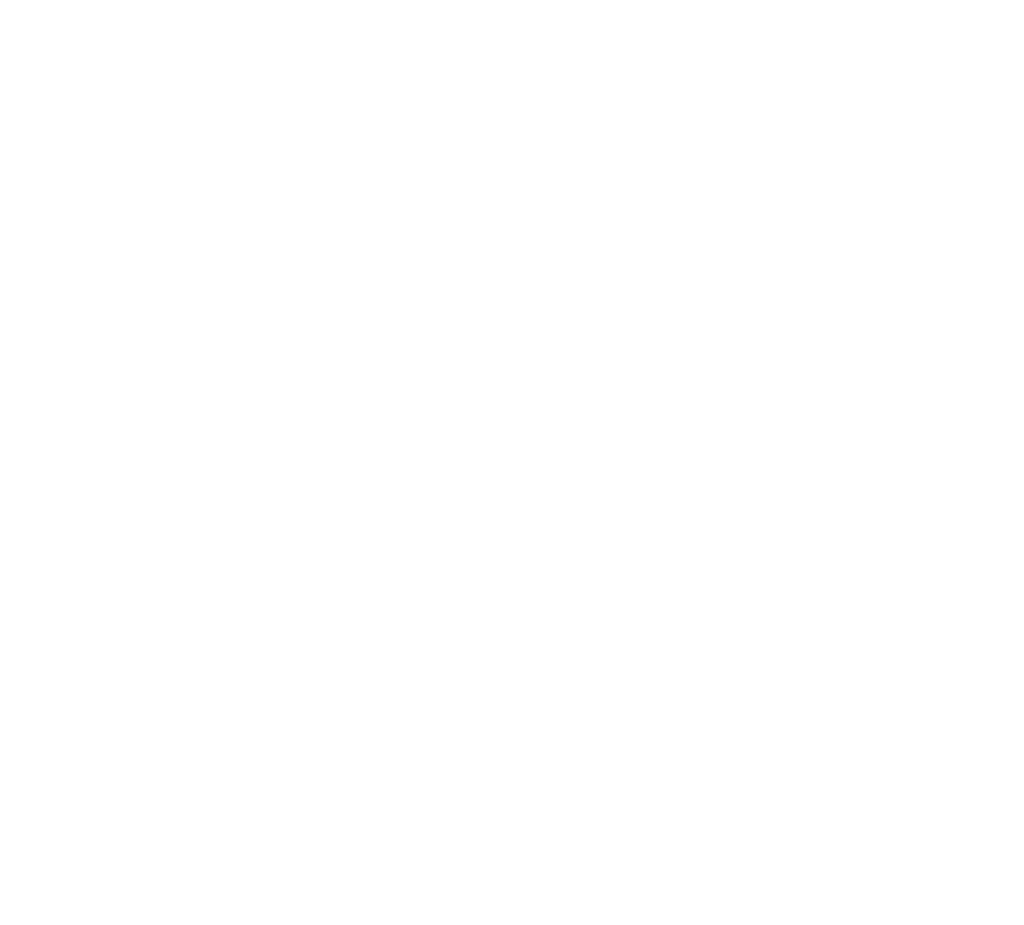
<source format=gbr>
G04 Gerber PCB Fabrication Data in Gerber  Example 2, created by Karel Tavernier, Filip Vermeire and Thomas Weyn*
G04 Ucamco copyright*
%TF.GenerationSoftware,Ucamco,UcamX,1.1.0-1400509*%
%TF.CreationDate,2014-07-14T00:00;00+01:00*%
%FSLAX25Y25*%
%MOMM*%
%TF.FileFunction,Plated,1,2,Blind,Drill*%
%TF.FilePolarity,Positive*%
%TF.Part,Single*%
%TF.SameCoordinates*%
%TA.AperFunction,ViaDrill*%
%ADD10C,0.10000*%
G01*
%LPD*%
D10*
X4229700Y2792900D03*
X3704700Y6867900D03*
X3789700D03*
X4493200Y4574700D03*
X2399700Y6882900D03*
X2461200Y6733700D03*
X1431000Y706600D03*
X2891700Y3349900D03*
X2470400Y3385300D03*
X2896700Y2894900D03*
X2901700Y2764900D03*
X4620200Y4574700D03*
X2066000Y7041600D03*
X2588200Y6352700D03*
X2589700Y6937900D03*
X2899700Y6938900D03*
X2726200Y6937900D03*
X2969200Y6606700D03*
X3096200Y6860700D03*
X3209700Y6487900D03*
X3119700Y6607900D03*
X1979700Y4022900D03*
X3829700Y3292900D03*
X3834700Y3387900D03*
X5014400Y1618200D03*
X3829700Y3492900D03*
X3429700Y1622900D03*
X3926000Y2163200D03*
X5374700Y1997900D03*
X4471400Y1893200D03*
X4654400Y1618200D03*
X3104700Y2647900D03*
X3319700Y2637900D03*
X3829700Y2692900D03*
X6414700Y3112900D03*
X2924700Y4077900D03*
X2334200Y4828700D03*
X3729700Y3292900D03*
X4371000Y6478700D03*
Y6605700D03*
Y6732700D03*
X4495800Y6604000D03*
Y6477000D03*
X2994700Y6732900D03*
X3477200Y6860700D03*
X6755000Y1127600D03*
X6705000Y883200D03*
X2604700Y767900D03*
X5005000Y853200D03*
X2689700Y862900D03*
X2839700Y857900D03*
X2959700Y752600D03*
X2994700Y857900D03*
X3129700D03*
X3200000Y773200D03*
X4044700Y1192700D03*
X1284700Y4897900D03*
X1289700Y4507900D03*
X2896700Y3479900D03*
X2119700Y4317900D03*
X5729700Y2077900D03*
X5430000Y2220000D03*
X2074700Y7907900D03*
X4829700Y2092900D03*
X4624700Y2292900D03*
X1029700Y3287900D03*
X2179700Y8122900D03*
X2125000Y7603200D03*
X4959700Y3452900D03*
X2004700Y7907900D03*
X4949700Y2142900D03*
X2641700Y3154900D03*
X4429700Y2392900D03*
X3350200Y6733700D03*
X4529700Y3092900D03*
X554700Y2167900D03*
X4529700Y2492900D03*
Y2592900D03*
X489700Y2142900D03*
X4649700Y2492900D03*
X629700Y1966900D03*
X624700Y2347900D03*
X4629700Y2592900D03*
X4329500Y2188100D03*
X510200Y1342400D03*
Y1727900D03*
X4429700Y2292900D03*
X624700Y2157900D03*
X4829700Y2992900D03*
X4629700D03*
X700700Y1671900D03*
X499700Y1952900D03*
X4629700Y3092900D03*
X510200Y1533400D03*
X4829700Y3092900D03*
X4529700Y2292900D03*
X700700Y1486900D03*
X3699700Y6607900D03*
X3350200Y6606700D03*
X3104700Y2825700D03*
X4629700Y3392900D03*
X4874200Y4320700D03*
X2904700Y6867900D03*
X2964700Y4473600D03*
X4779700Y3695000D03*
X4731600Y3191600D03*
X3089700Y4682900D03*
X4479700Y3612900D03*
X3219700Y4607900D03*
X4591700Y3701200D03*
X2969700Y4342900D03*
X4729700Y3492900D03*
X2954700Y4587900D03*
X4959700Y2942900D03*
X4189700Y4297900D03*
X3219700Y4452900D03*
X6939700Y2007900D03*
X5114700Y2348400D03*
X4429700Y3192900D03*
Y3292900D03*
X3094700Y4452900D03*
X4429700Y3392900D03*
X3335300Y4437900D03*
X3592700Y4577900D03*
X4679700Y3612900D03*
X2507800Y3284000D03*
X4629700Y3492900D03*
X4617000Y6728900D03*
X5024500Y6301900D03*
X5104200Y6461500D03*
X4637000Y6848900D03*
X5119800Y5826800D03*
X4742000Y5773900D03*
X5111000Y4978000D03*
X4742000Y5068900D03*
X4617700Y4704100D03*
Y4831100D03*
Y4958100D03*
X4490700D03*
X4617700Y5085100D03*
Y5212100D03*
X4490700D03*
X4617700Y5339100D03*
Y5593100D03*
X4495800Y5715000D03*
X4622800D03*
Y5842000D03*
X5121800Y4724000D03*
X4746800D03*
X4622800Y5969000D03*
X4495800D03*
X4622800Y6096000D03*
Y6223000D03*
X4879700Y5400200D03*
X5112000Y5163900D03*
X5118100Y5517800D03*
X4742000Y5483900D03*
X4244000Y6478700D03*
X5040000Y6406800D03*
X4622800Y6604000D03*
X4746900Y6128900D03*
X4725200Y6601200D03*
X4999700Y6356800D03*
X4495800Y6731000D03*
X4622800Y6477000D03*
X3492200Y1219900D03*
X1384700Y5472900D03*
X2224700Y1767900D03*
X1614700Y5472900D03*
X7270000Y1967600D03*
X7310000Y2002900D03*
X3094700Y1257900D03*
X2569700Y3497900D03*
X1384700Y5277900D03*
X3729700Y2892900D03*
X2391700Y1402900D03*
X7350000Y1967600D03*
X2327800Y2804000D03*
X1084700Y5277900D03*
X1034700Y5727900D03*
X3829700Y2892900D03*
X2326700Y1402900D03*
X7390000Y2002900D03*
X2292800Y2754000D03*
X3109700Y2897900D03*
X2307800Y3007900D03*
X7430000Y1967600D03*
X2266700Y1407900D03*
X1194700Y5167900D03*
X1134700Y5727900D03*
X3629700Y2892900D03*
X2201700Y1376400D03*
X7470000Y2002900D03*
X2222800Y2854000D03*
X1234700Y5597900D03*
X1742700Y2869000D03*
X7510000Y1967600D03*
X1741700Y1391400D03*
X3529700Y2892900D03*
X1184700Y5282900D03*
X3529700Y2692900D03*
X1676700Y1386400D03*
X7550000Y2002900D03*
X1703100Y2587900D03*
X3654700Y2697900D03*
X1611700Y1376400D03*
X7590000Y1967600D03*
X1662800Y2623800D03*
X1334700Y5607900D03*
X4509700Y1457900D03*
X1484700Y1852900D03*
X1483200Y3814400D03*
X3529700Y2992900D03*
X7070000Y2002900D03*
X3029700Y1492900D03*
X3009700Y3147900D03*
X1549700D03*
X3497800Y2595400D03*
X1613200Y3816400D03*
X689700Y5237900D03*
X989700Y5557900D03*
X3104700Y1457900D03*
X7110000Y1967600D03*
X3094700Y2532900D03*
X1534700Y2742900D03*
X1084700Y5377900D03*
X779700Y5292900D03*
X1678200Y3821400D03*
X7150000Y2002900D03*
X3174700Y1427900D03*
X1569700Y2287900D03*
X3444700Y2192900D03*
X2234700Y1837900D03*
X3604700Y2087900D03*
X3464700Y1317900D03*
X3604700Y1997900D03*
X7190000Y1967600D03*
X7230000Y2002900D03*
X3459700Y1257900D03*
X2192200Y1805900D03*
X1614700Y5412900D03*
X1284700Y5377900D03*
X3724700Y2772900D03*
X1384700Y5177900D03*
X1617700Y2665400D03*
X1548200Y1392900D03*
X7630000Y2002900D03*
X5555000Y843200D03*
X5674700Y677900D03*
X5669700Y892900D03*
X5829700Y672900D03*
Y837900D03*
X5349700Y642900D03*
X5989700Y677900D03*
X6005000Y842900D03*
X6144700Y687900D03*
X6155000Y848200D03*
X6304700Y682900D03*
X6296900Y847900D03*
X5509700Y677900D03*
X5155000Y683200D03*
X6454700Y682900D03*
Y1142900D03*
X6610000Y720000D03*
X6555000Y1127600D03*
X6605000Y888200D03*
X4114700Y1692900D03*
X2147800Y2069000D03*
X6059700Y1557900D03*
X5980600Y1833300D03*
X2263200Y3821400D03*
X4124700Y2197900D03*
X6029700Y2037900D03*
X2626700Y2504900D03*
X4034700Y2117900D03*
X6137600Y2140000D03*
X1384700Y4977900D03*
X1379700Y5082900D03*
X4259700Y1692900D03*
X5779700Y1632900D03*
X6129700Y1862900D03*
X2512800Y2129000D03*
X2636700Y2374900D03*
X6141800Y2060000D03*
X4129700Y2292900D03*
X1534700Y4697900D03*
X1549700Y4637900D03*
X6106800Y2020000D03*
X4229700Y2392900D03*
X2611100Y2331900D03*
X2629700Y2282900D03*
X2089700Y4542900D03*
X4229700Y2492900D03*
X6419700Y2042900D03*
X1483400Y5076900D03*
X4349700Y1767900D03*
X2567800Y2179000D03*
X719700Y5347900D03*
X3629700Y3192900D03*
X784700Y4977900D03*
X4829700Y3392900D03*
X3354700Y2492900D03*
X1394700Y4282900D03*
X1189500Y4978100D03*
X3529700Y2492900D03*
X3504700Y2297900D03*
X1284700Y5177900D03*
X4195200Y1847800D03*
X3629700Y2362900D03*
X6407600Y2660000D03*
X1084700Y5177900D03*
X1484700Y5187900D03*
X2611700Y2094000D03*
X4309700Y1732900D03*
X6132600Y2620000D03*
X1294700Y4972900D03*
X3169700Y2342900D03*
X1646700Y4477900D03*
X3079700Y2237900D03*
X6089700Y2580000D03*
X6131800Y2540000D03*
X3524700Y2167900D03*
X899700Y5272900D03*
X6504700Y1977900D03*
X3429700Y1677900D03*
X1194700Y4332900D03*
X3294700Y1572900D03*
X6044700Y1802900D03*
X1808200Y3549400D03*
X3549700Y1717900D03*
X5759800Y1867900D03*
X1873200Y3544400D03*
X1938200Y3546400D03*
X3479700Y1702900D03*
X5834700Y1842900D03*
X2004700Y3522900D03*
X3924700Y2307900D03*
X6424700Y2272900D03*
X1084700Y5082900D03*
X6059700Y2337900D03*
X3927400Y2495200D03*
X1159100Y4697600D03*
X1027800Y4699000D03*
X1777900Y2462900D03*
X4014700Y1662900D03*
X1970900Y2036000D03*
X6009700Y1507900D03*
X5930700Y1829800D03*
X5179700Y1602900D03*
X4329700Y2292900D03*
X3529700Y3292900D03*
X2334200Y4955700D03*
X6849700Y2442900D03*
X5184700Y2380900D03*
X5224700Y2187900D03*
X6759700Y2237900D03*
X6729700Y2497900D03*
X5134700Y2492700D03*
X6830000Y1967600D03*
X814700Y6487600D03*
X7132800Y2914000D03*
X5164700Y2642900D03*
X4729700Y2527900D03*
X7310000Y2924000D03*
X5114700Y2592900D03*
X7350000Y3522600D03*
X3729700Y2292900D03*
X3629700Y2992900D03*
X7230000Y2864000D03*
X4629700Y2422900D03*
X5144700Y2242900D03*
X6669700Y2726700D03*
X6689700Y2322900D03*
X7430000Y3242900D03*
X5094700Y2452900D03*
X5879700Y2532900D03*
Y3031700D03*
X4617700Y5466100D03*
X4622800Y6350000D03*
X4490700Y5466100D03*
X4746900Y6748900D03*
X4971900Y5318800D03*
X4732000Y5238900D03*
X3529700Y3192900D03*
X3159700Y1992900D03*
X1414700Y2142900D03*
X999700Y3219900D03*
X3140000Y7010000D03*
X4630000Y3190000D03*
X3529700Y3392900D03*
X3204700Y2047900D03*
X4724700Y2190600D03*
X984700Y5277900D03*
X3834700Y6732900D03*
X3494700Y4677900D03*
X4224700Y3387900D03*
X3719700Y4702900D03*
X4329700Y3477900D03*
X3729700Y2592900D03*
X2464700Y4642900D03*
X4029700Y3187900D03*
X2717000Y4991700D03*
X3734700Y4577900D03*
X4329700Y3192900D03*
X2685700Y4816100D03*
X4129700Y3092900D03*
X3929700Y3187900D03*
X2584700Y4947900D03*
X2564700Y4697900D03*
X3629700Y3092900D03*
X2594700Y4582900D03*
X3528500Y3096200D03*
X3729700Y3092900D03*
X2469700Y4577900D03*
X2852800Y4572900D03*
X4129700Y3192900D03*
Y3292900D03*
X2905700Y4317900D03*
X3224700Y4682900D03*
X4229700Y3292900D03*
X4122700Y3392900D03*
X3354700Y4567900D03*
X4229700Y3192900D03*
X3439700Y4572900D03*
X3859700Y4577900D03*
X4329700Y3292900D03*
X4519700Y2402900D03*
X3728800Y2391700D03*
X3729700Y3192900D03*
X4529700D03*
X3954700Y1202900D03*
X4029700Y2392900D03*
X7082000Y4723900D03*
X8510000Y6407200D03*
X8541900Y4708900D03*
X7087000Y6408000D03*
X2875000Y7947900D03*
X2588200Y5463700D03*
X2739700Y7387900D03*
X2334200Y5717700D03*
X2373500Y7859700D03*
X2715200Y5463700D03*
X3125000Y7872600D03*
X2461200Y5844700D03*
X3075000Y7892900D03*
X2334200Y5844700D03*
X2984700Y7997900D03*
X2588200Y5717700D03*
X3025000Y7867900D03*
X2975000Y7922900D03*
X1934700Y5597900D03*
X1154700Y6537900D03*
X2559700Y6732900D03*
X2779700Y6867900D03*
X2588200Y6606700D03*
X2334200Y6733700D03*
X2524700Y6872900D03*
X2651700Y6867900D03*
X2715200Y6733700D03*
X4112200Y6606700D03*
X4009700Y7222900D03*
X3969700Y7012900D03*
X4729700Y2992900D03*
X1059700Y3349900D03*
X4729700Y3092900D03*
X1309700Y3414900D03*
X4630000Y2790000D03*
X2584700Y2907900D03*
X1810000Y1010000D03*
X1685000Y1008200D03*
X2004700Y5532900D03*
X2825000Y7618200D03*
X2588200Y5336700D03*
X2859700Y7527900D03*
X2275000Y7597900D03*
X2026800Y5607900D03*
X2575000Y7572900D03*
X2588200Y5209700D03*
X2644700Y8012900D03*
X2715200Y5209700D03*
X2204700Y5347900D03*
X2675000Y7882900D03*
X2174700Y5277900D03*
X2725000Y7942900D03*
X2461200Y6606700D03*
X3889700Y6872900D03*
X1889700Y4077900D03*
X1079700Y4972900D03*
X1825000Y7877900D03*
X4427400Y2990600D03*
X2557800Y3086000D03*
X3354700Y4497900D03*
X4954700Y3147900D03*
X4332300Y4285800D03*
X2461200Y4955700D03*
X3629700Y3392900D03*
X2324700Y4765200D03*
X4529700Y3292900D03*
X4954700Y3242900D03*
X3229700Y4357900D03*
X4034700Y4287900D03*
X2269700Y4022900D03*
X2459700Y4702900D03*
X4529700Y3392900D03*
X2829700Y4968200D03*
X4829700Y3492900D03*
X3126400Y4071200D03*
X4752400Y2302200D03*
X2626700Y1724900D03*
X5387000Y6301800D03*
X8021900Y4833900D03*
X6491900Y4773900D03*
X6512000Y6461400D03*
X8007000Y6438900D03*
X7991900Y4908900D03*
X7907000Y6648900D03*
X6621900Y6608000D03*
X6566900Y4968900D03*
X5357400Y6438900D03*
X6857000Y4573900D03*
X5376900Y5666800D03*
X8191900Y4525200D03*
X7103200Y4625200D03*
X8475000D03*
X5346900Y5826800D03*
Y5033000D03*
X6331900Y4583900D03*
X7741900Y4625200D03*
X6496900Y4473900D03*
X5346900Y4928000D03*
X8032000Y4538900D03*
X5376900Y4978000D03*
X6295300Y4498100D03*
X7675000Y4530000D03*
X5376900Y4873000D03*
X7965000Y4475000D03*
X6607100Y4378700D03*
X6341900Y4373900D03*
X5347000Y4779000D03*
X7740000Y4385000D03*
X8351200Y5858900D03*
X6921900Y5768900D03*
X7116900Y6004500D03*
X8503600Y6007100D03*
X8000000Y4300000D03*
X6512000Y4263900D03*
X5346800Y4674000D03*
X6802700Y5994700D03*
X8179800Y6007100D03*
X8510000Y6108700D03*
X7107000Y6108000D03*
X8179800Y6102400D03*
X6787000Y6108000D03*
X8321900Y6158900D03*
X7087000Y6208000D03*
X8179800Y6204000D03*
X6816900Y6206600D03*
X8510000Y6305500D03*
X7126900Y6309300D03*
X7707000Y6343900D03*
X6312000Y6293900D03*
X8012000Y6208000D03*
X6651900D03*
X6306900Y6207900D03*
X7687000Y6183900D03*
X6601900Y6063900D03*
X8014700Y6108700D03*
X7745000Y4270000D03*
X6326900Y4273900D03*
X5376900Y4724000D03*
X7702600Y6108500D03*
X6341900Y6111200D03*
X6612000Y5988900D03*
X8035000Y6007100D03*
X7662000Y5923900D03*
X6306900Y5963900D03*
X7868600Y5863900D03*
X6441900Y5858900D03*
X5376900Y5158800D03*
X8310000Y4185000D03*
X6995000D03*
X8500000Y4324300D03*
X5376900Y5263800D03*
X7073300Y4272300D03*
X6807000Y4368900D03*
X5376900Y5412800D03*
X8205200Y4325200D03*
X7093800Y4418900D03*
X8475000Y4426000D03*
X5376900Y5517800D03*
X6916900Y4383900D03*
X5346900Y5467800D03*
X8225200Y4425200D03*
X8500000Y4525200D03*
X7151900Y4519000D03*
X5346900Y5572800D03*
X6455000Y4155000D03*
X7870000Y4125000D03*
X5376900Y4619000D03*
X2169700Y5209700D03*
X2565900Y8007900D03*
X2409700Y8082900D03*
X2461200Y5209700D03*
X7811500Y4965700D03*
X7805200Y6635800D03*
X5406900Y6378900D03*
X6416900Y4968000D03*
X6391900Y6608000D03*
X8325000Y4775900D03*
X8765200Y4570900D03*
X6829900Y4882000D03*
X5265000Y6068900D03*
X6822900Y6508000D03*
X8765200Y6380600D03*
X8207000Y6478900D03*
X8187000Y6628900D03*
X6821900Y4973900D03*
X8226900Y4925200D03*
X6816900Y6608000D03*
X8306800Y6551700D03*
X8770400Y6692900D03*
X8771200Y4977600D03*
X8305700Y4879200D03*
X6996900Y4763900D03*
X6999000Y6538900D03*
X5264700Y6122900D03*
X6376900Y6475900D03*
X7821900Y6465700D03*
X6386900Y4838900D03*
X7821900Y4808900D03*
X5352000Y6356800D03*
X6516900Y4958900D03*
X6636800Y6705600D03*
X8027400Y6712000D03*
X8012000Y4983900D03*
X6407000Y5025200D03*
X7798800D03*
X6407000Y6723900D03*
X7786100Y6712000D03*
X8195700Y5025200D03*
X6821900Y5078900D03*
X5368800Y6660800D03*
X8179800Y6705600D03*
X6787000Y6693900D03*
X7016900Y6818900D03*
X8416000Y6808000D03*
X7101900Y5124500D03*
X8433800D03*
X5345100Y6715800D03*
X8179800Y6807200D03*
X8180600Y5125200D03*
X6887000Y5178900D03*
X5387000Y6778900D03*
X6795500Y6802400D03*
X8426000Y6908000D03*
X7071900Y6924900D03*
X5347800Y6864700D03*
X6982400Y5262700D03*
X8433800Y5226000D03*
X6837000Y5253900D03*
X8187000Y5226000D03*
X5391900Y6913900D03*
X8205200Y6908800D03*
X6807000Y6913900D03*
X8433800Y5321300D03*
X7062000Y7053900D03*
X8426900Y7008900D03*
X5356900Y6969800D03*
X6921900Y5393900D03*
X7868600Y7080200D03*
X7773400Y5334000D03*
X6432000Y5353900D03*
X6381900Y7018900D03*
X6601900Y5203900D03*
X6610900Y6978900D03*
X7887000Y6958900D03*
X8027400Y5226000D03*
X6401900Y5225200D03*
X7786100Y5226000D03*
X7773400Y6908800D03*
X6389100D03*
X7062000Y6598900D03*
X8408400Y6604000D03*
X5373800Y6555800D03*
X8414800Y4921200D03*
X7002800Y4874700D03*
X5340100Y6610800D03*
X7036000Y6708000D03*
X8433800Y5022800D03*
X7051900Y5025200D03*
X8436000Y6708000D03*
X7805200Y5124500D03*
X6381900Y5125200D03*
X6395500Y6807200D03*
X7779800D03*
X6616900Y5124500D03*
X8026900Y5038900D03*
X6630400Y6819900D03*
X8027400Y6813600D03*
X3894700Y4447900D03*
X3429700Y3392900D03*
X3824700Y1602900D03*
X3286200Y1427900D03*
X4366200Y4447700D03*
X3329700Y3492900D03*
X4419400Y1618200D03*
X3334700Y6367900D03*
X3189700Y3137900D03*
X4699700Y4162900D03*
X3484700Y1397900D03*
X3329700Y3392900D03*
X4504700Y4297900D03*
X3429700Y3292900D03*
X2579700Y5087900D03*
X3250000Y4065000D03*
X4629700Y2692900D03*
X2334200Y5082700D03*
X4629700Y2892900D03*
X4532000Y2790600D03*
X2709700Y5092900D03*
X4747200Y4447700D03*
Y4574700D03*
X4429700Y2092900D03*
X640000Y6912900D03*
X3854700Y7467900D03*
X3985200Y6733700D03*
X5095000Y3342900D03*
X7124700Y3132900D03*
X7034700Y2157900D03*
X6710000Y3557600D03*
X4645000Y3305000D03*
X5460000Y3330000D03*
X6750000Y3522600D03*
X6830000Y3527600D03*
X6754700Y2659800D03*
X6817800Y2759000D03*
X6839700Y2552900D03*
X6990000Y3238200D03*
X7009700Y2927900D03*
X7069700Y3147900D03*
X6549700Y2012900D03*
X6074700Y1502900D03*
X6574700Y2067900D03*
X3849700Y2187900D03*
X6654700Y2242900D03*
X3924700Y2387900D03*
X3814700Y2097900D03*
X6590000Y3512600D03*
X6054700Y3312900D03*
X5694700Y1872900D03*
X6630000Y3557600D03*
X3635000Y3485000D03*
X3624700Y682900D03*
X6670000Y3513200D03*
X7110000Y3522600D03*
X2899700Y1917900D03*
X4819700Y2387900D03*
X2472800Y1979000D03*
X4729700Y2592900D03*
X2472800Y1912900D03*
X4729700Y2692900D03*
X2547800Y2804000D03*
X4429700Y2792900D03*
X4324700Y2897900D03*
X2634700Y2959900D03*
X7667600Y2780000D03*
X7984700Y2740000D03*
Y2820000D03*
X7666800Y2700000D03*
X7984700Y2500000D03*
Y2580000D03*
X7667600Y2620000D03*
Y2540000D03*
X7666800Y2460000D03*
Y2380000D03*
X7984700Y2100000D03*
Y2180000D03*
Y2260000D03*
Y2340000D03*
Y2900000D03*
Y2980000D03*
Y3060000D03*
Y3140000D03*
Y3220000D03*
X7672600Y3180000D03*
Y3100000D03*
X8207000Y6308000D03*
X6812000Y6288900D03*
X6512200Y6233900D03*
X7907000Y6263900D03*
X6912000Y4658900D03*
X5376900Y5771800D03*
X8225200Y4625200D03*
X8001900Y4658900D03*
X5346900Y5213800D03*
X6562000Y4573900D03*
X6804500Y6410800D03*
X8179800Y6407200D03*
X6607400Y6398900D03*
X7912000Y6358900D03*
X8191900Y4725200D03*
X6821900Y4653900D03*
X5346900Y5721800D03*
X7987000Y4767200D03*
X6496900Y4674200D03*
X5346900Y5318800D03*
X1329700Y2442900D03*
X1334700Y2504900D03*
X5310000Y3450000D03*
X4239200Y4447700D03*
X3729700Y2492900D03*
X5204700Y2562900D03*
X3629700Y2492900D03*
X4239200Y4574700D03*
X4112200Y4320700D03*
X3429700Y2962900D03*
X4469700Y1622900D03*
X3244700Y2152900D03*
X4112200Y4447700D03*
X2715200Y5844700D03*
X3225000Y7613200D03*
X3223200Y6606700D03*
X3079700Y7332900D03*
X1494700D03*
X3775000Y7583200D03*
X2588200Y5844700D03*
X3175000Y7867900D03*
X5044700Y2742900D03*
X7510000Y3522900D03*
X1039700Y2894900D03*
X5304700Y2777900D03*
X4850000Y1618200D03*
X1134700Y4767900D03*
X6790000Y1687900D03*
X6229700Y1732900D03*
X4845300Y1866200D03*
X5384700Y1822900D03*
X2119700Y4607900D03*
X4634700Y2182900D03*
X1489700Y5277900D03*
X5134700Y4137900D03*
X4864700Y4167900D03*
X5029700Y4162900D03*
X1239700Y977900D03*
X2834700Y5332900D03*
X2829700Y5212900D03*
X3224700Y4817900D03*
X4114700Y4792900D03*
X3839700Y4812900D03*
X2714700Y5592900D03*
X2969700Y6367200D03*
X3229700Y6367900D03*
X3489700Y6492900D03*
X3699700Y6482900D03*
X7838900Y6360100D03*
X6426900Y6358900D03*
X4495800Y6223000D03*
Y6350000D03*
X6982000Y5968900D03*
X6512000Y6338900D03*
X4495800Y6096000D03*
Y5842000D03*
X4490700Y5593100D03*
Y5339100D03*
X3244700Y3122900D03*
X4490700Y5085100D03*
X3099700Y2447900D03*
X4490700Y4831100D03*
X8409600Y4486400D03*
X7910000Y4475000D03*
X6434800Y4400200D03*
X8040000Y4210000D03*
X6346900Y4183900D03*
X7837000Y4688900D03*
X4409700Y3622900D03*
X3797100Y3653100D03*
X6612000Y4203900D03*
X7121900Y4338900D03*
X7755000Y4175000D03*
X6976900Y4483900D03*
X6447200Y4682300D03*
X4969700Y2572900D03*
Y3052900D03*
X8033800Y5321300D03*
X6306900Y5898900D03*
X6507400Y5843900D03*
X7717900Y5908000D03*
X8031000D03*
X6432000Y6133900D03*
X7830000Y6063900D03*
X8457000Y5953900D03*
X3834700Y6477900D03*
X3984700Y6382900D03*
X4199700Y6352900D03*
X6991900Y6188900D03*
X8371900Y6258900D03*
X6666900Y7053900D03*
X7996900Y6963900D03*
X3874700Y1927900D03*
X4334700Y1912900D03*
X1975000Y7582900D03*
X8291900Y4368900D03*
X6518200Y5403900D03*
X8412000Y4668900D03*
X8407000Y4373900D03*
X8225200Y4225200D03*
X999700Y1065700D03*
X2589700Y1392900D03*
X1041700Y2244900D03*
Y1984900D03*
Y2112900D03*
X2897700Y3219900D03*
X3139700Y2982900D03*
X3314700Y2022900D03*
X4099700Y1932900D03*
X4029700Y2892900D03*
X4024700Y2782900D03*
X4029700Y2992900D03*
X4229700Y2892900D03*
Y2992900D03*
X4234700Y2702900D03*
X4024700Y2692900D03*
X4829700D03*
X6117600Y2860000D03*
X1047700Y3154900D03*
X6104700Y3132900D03*
X1418200Y3536400D03*
X719800Y3518000D03*
X1046700Y3479900D03*
X1999700Y3452900D03*
X4229700Y3762900D03*
X3379700Y3737900D03*
X6440000Y4263900D03*
X6832000Y4188900D03*
X7895000Y4275000D03*
X8475000Y4225200D03*
X6426900Y4488900D03*
X7832000Y4498900D03*
X2774700Y4700000D03*
X6982000Y4673900D03*
X764700Y5227900D03*
X8216900Y5325200D03*
X1434700Y5602900D03*
X6821900Y5893900D03*
X7051900Y5813900D03*
X6432000Y5974000D03*
X7905000Y6045000D03*
X8457000Y6058900D03*
X8429900Y5855900D03*
X2719700Y6477900D03*
X4354700Y6362900D03*
X6916900Y6348900D03*
X6987000Y6368900D03*
X8326900Y6448900D03*
X3223200Y6733700D03*
X3477200D03*
X8179800Y7004000D03*
X6950500Y1683000D03*
X4984700Y2092900D03*
X4929700Y3592900D03*
X7080000Y4222800D03*
X7207000Y4468900D03*
X4384700Y4707900D03*
X6846900Y5368900D03*
X8179800Y5905500D03*
X6971900Y6059000D03*
X6437000Y6243900D03*
X7832000Y6178900D03*
X8312000Y6338900D03*
X6801900Y7038900D03*
X4049700Y7667900D03*
X3364700Y6472900D03*
X2624700Y3357900D03*
X4959700Y2392900D03*
X2925000Y2432600D03*
X4605800Y1896600D03*
X2964700Y4802900D03*
X4500500Y703800D03*
X1145200Y1307400D03*
X1483200Y1394400D03*
X2459700Y1387900D03*
X1808200Y1391400D03*
X3334700Y2397900D03*
X3834700Y2587900D03*
X4029700Y2592900D03*
X3829700Y2992900D03*
X3929700Y3092900D03*
X4429700Y2892900D03*
X4229700Y2592900D03*
X4429700D03*
X4329700Y3092900D03*
X1321700Y2569900D03*
X2319700Y3887900D03*
X3594700Y4817900D03*
X3464700Y4812900D03*
X3994700Y4792900D03*
X4244700Y5132900D03*
X3679700Y1892900D03*
X6121800Y2740000D03*
X3429700Y3192900D03*
X5034700Y3167900D03*
X6126800Y3220000D03*
X4529700Y3492900D03*
X3695000Y3627900D03*
X2714700Y4932900D03*
X3094700Y4802900D03*
X1584700Y5277900D03*
X1084700Y5477900D03*
X2715200Y5971700D03*
Y6225700D03*
Y6352700D03*
X2969200Y6479700D03*
X984700Y5072900D03*
X1419700Y1832900D03*
M02*
</source>
